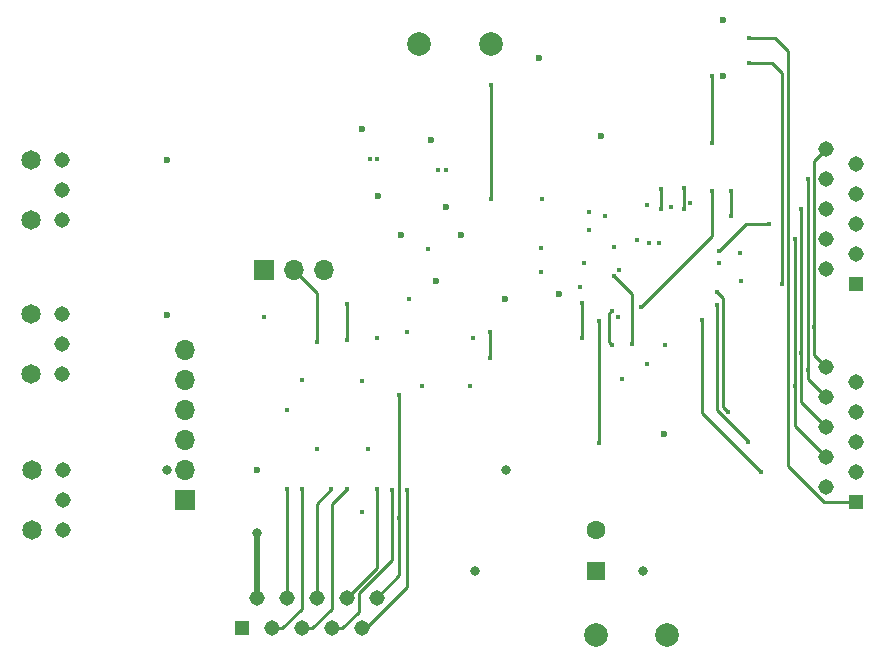
<source format=gbr>
G04 #@! TF.GenerationSoftware,KiCad,Pcbnew,(5.1.10-0-10_14)*
G04 #@! TF.CreationDate,2021-05-14T15:54:12+02:00*
G04 #@! TF.ProjectId,dac,6461632e-6b69-4636-9164-5f7063625858,rev?*
G04 #@! TF.SameCoordinates,Original*
G04 #@! TF.FileFunction,Copper,L2,Inr*
G04 #@! TF.FilePolarity,Positive*
%FSLAX46Y46*%
G04 Gerber Fmt 4.6, Leading zero omitted, Abs format (unit mm)*
G04 Created by KiCad (PCBNEW (5.1.10-0-10_14)) date 2021-05-14 15:54:12*
%MOMM*%
%LPD*%
G01*
G04 APERTURE LIST*
G04 #@! TA.AperFunction,ComponentPad*
%ADD10C,1.308000*%
G04 #@! TD*
G04 #@! TA.AperFunction,ComponentPad*
%ADD11C,1.650000*%
G04 #@! TD*
G04 #@! TA.AperFunction,ComponentPad*
%ADD12C,2.000000*%
G04 #@! TD*
G04 #@! TA.AperFunction,ComponentPad*
%ADD13R,1.308000X1.308000*%
G04 #@! TD*
G04 #@! TA.AperFunction,ComponentPad*
%ADD14O,1.700000X1.700000*%
G04 #@! TD*
G04 #@! TA.AperFunction,ComponentPad*
%ADD15R,1.700000X1.700000*%
G04 #@! TD*
G04 #@! TA.AperFunction,ComponentPad*
%ADD16C,1.600000*%
G04 #@! TD*
G04 #@! TA.AperFunction,ComponentPad*
%ADD17R,1.600000X1.600000*%
G04 #@! TD*
G04 #@! TA.AperFunction,ViaPad*
%ADD18C,0.450000*%
G04 #@! TD*
G04 #@! TA.AperFunction,ViaPad*
%ADD19C,0.600000*%
G04 #@! TD*
G04 #@! TA.AperFunction,ViaPad*
%ADD20C,0.800000*%
G04 #@! TD*
G04 #@! TA.AperFunction,Conductor*
%ADD21C,0.250000*%
G04 #@! TD*
G04 #@! TA.AperFunction,Conductor*
%ADD22C,0.500000*%
G04 #@! TD*
G04 APERTURE END LIST*
D10*
X115088500Y-96393000D03*
X115088500Y-98933000D03*
X115088500Y-101473000D03*
D11*
X112458500Y-101473000D03*
X112458500Y-96393000D03*
D10*
X115025000Y-83185000D03*
X115025000Y-85725000D03*
X115025000Y-88265000D03*
D11*
X112395000Y-88265000D03*
X112395000Y-83185000D03*
D10*
X115025000Y-70104000D03*
X115025000Y-72644000D03*
X115025000Y-75184000D03*
D11*
X112395000Y-75184000D03*
X112395000Y-70104000D03*
D12*
X145288000Y-60261500D03*
X151320500Y-60261500D03*
D13*
X130238500Y-109728000D03*
D10*
X131508500Y-107188000D03*
X132778500Y-109728000D03*
X134048500Y-107188000D03*
X135318500Y-109728000D03*
X136588500Y-107188000D03*
X137858500Y-109728000D03*
X139128500Y-107188000D03*
X140398500Y-109728000D03*
X141668500Y-107188000D03*
D13*
X182245000Y-99060000D03*
D10*
X179705000Y-97790000D03*
X182245000Y-96520000D03*
X179705000Y-95250000D03*
X182245000Y-93980000D03*
X179705000Y-92710000D03*
X182245000Y-91440000D03*
X179705000Y-90170000D03*
X182245000Y-88900000D03*
X179705000Y-87630000D03*
D13*
X182245000Y-80645000D03*
D10*
X179705000Y-79375000D03*
X182245000Y-78105000D03*
X179705000Y-76835000D03*
X182245000Y-75565000D03*
X179705000Y-74295000D03*
X182245000Y-73025000D03*
X179705000Y-71755000D03*
X182245000Y-70485000D03*
X179705000Y-69215000D03*
D14*
X137223500Y-79438500D03*
X134683500Y-79438500D03*
D15*
X132143500Y-79438500D03*
D12*
X166243000Y-110363000D03*
X160210500Y-110363000D03*
D16*
X160210500Y-101402000D03*
D17*
X160210500Y-104902000D03*
D14*
X125476000Y-86156800D03*
X125476000Y-88696800D03*
X125476000Y-91236800D03*
X125476000Y-93776800D03*
X125476000Y-96316800D03*
D15*
X125476000Y-98856800D03*
D18*
X165709600Y-72542400D03*
X165735000Y-74295000D03*
X164566600Y-87401400D03*
D19*
X170992800Y-58216800D03*
X141757400Y-73152000D03*
X147535900Y-74053700D03*
X157124400Y-81432400D03*
X146685000Y-80340200D03*
X131508500Y-96329500D03*
D18*
X166096000Y-85770400D03*
X172491400Y-80391000D03*
X162411400Y-88693000D03*
D19*
X155445800Y-61470200D03*
X160629600Y-68072000D03*
X170977600Y-63007200D03*
D18*
X132160000Y-83422500D03*
D19*
X152579000Y-81840000D03*
D18*
X140415000Y-99932500D03*
D20*
X131508500Y-101663500D03*
D19*
X140447000Y-67515500D03*
X146240500Y-68453000D03*
X143778001Y-76439999D03*
X148858001Y-76439999D03*
D20*
X152590500Y-96329500D03*
D18*
X155600400Y-79603600D03*
X159258000Y-78837000D03*
X155600400Y-77520800D03*
X161772225Y-77485808D03*
X135331200Y-88696800D03*
X134061200Y-91236800D03*
X158902400Y-80873600D03*
X144208500Y-84667000D03*
X151299000Y-84667000D03*
X151257000Y-86868000D03*
X178175999Y-71755000D03*
X178175999Y-87878999D03*
X141668500Y-85217000D03*
X159054800Y-82194400D03*
X149796499Y-85217001D03*
X159067500Y-85217000D03*
X177625999Y-74295000D03*
X177625999Y-86470501D03*
X162204400Y-79400400D03*
D19*
X165989000Y-93281500D03*
D18*
X167690800Y-74218800D03*
X167690800Y-72491600D03*
X163271200Y-85699600D03*
X161747200Y-79959200D03*
X161571002Y-82854800D03*
X161594800Y-85750400D03*
X160528000Y-83718400D03*
X140970000Y-94615000D03*
X160518001Y-94053499D03*
X178725999Y-84227501D03*
X172466000Y-77978000D03*
X170624500Y-77851000D03*
X174879000Y-75565000D03*
X170624500Y-78867000D03*
X171653200Y-72694800D03*
X160985200Y-74853800D03*
X171653200Y-74828400D03*
X169189400Y-83693000D03*
X174180500Y-96520000D03*
X170459400Y-82372200D03*
X173101000Y-93980000D03*
X170510200Y-81322199D03*
X171450000Y-91440000D03*
X170053000Y-62992000D03*
X170053000Y-68707000D03*
X173228000Y-61925200D03*
X175975998Y-80645000D03*
X162119800Y-83362800D03*
X170027600Y-72694800D03*
X164033200Y-82550000D03*
X173228000Y-59740800D03*
X139128500Y-97980500D03*
X137843498Y-97995502D03*
X139128500Y-85344000D03*
X139128500Y-82296000D03*
X135318500Y-97980500D03*
X134048500Y-97980500D03*
X141668500Y-97980500D03*
X144208500Y-98044000D03*
X143573500Y-89979500D03*
X143573500Y-100457000D03*
X142938500Y-98044000D03*
D20*
X149987000Y-104902000D03*
X164211000Y-104902000D03*
D19*
X123952000Y-70104000D03*
X123952000Y-83210400D03*
D20*
X123952000Y-96393000D03*
D18*
X136601200Y-94538800D03*
X149542500Y-89281000D03*
X177075999Y-76835000D03*
X177075999Y-89255499D03*
X136588500Y-85534500D03*
X140411200Y-88849200D03*
X145542000Y-89281000D03*
X141097000Y-70053200D03*
X146875500Y-70954900D03*
X166573200Y-74117200D03*
X147525377Y-70942158D03*
X141746826Y-70068312D03*
X168240800Y-73790771D03*
X159639000Y-76009500D03*
X164759261Y-77153338D03*
X159639000Y-74485500D03*
X163703000Y-76898500D03*
X164592000Y-73888600D03*
X155676600Y-73406000D03*
X151320500Y-73406000D03*
X151320500Y-63754000D03*
X165608000Y-77152500D03*
X145986500Y-77660500D03*
X144398044Y-81914740D03*
D21*
X165735000Y-72567800D02*
X165709600Y-72542400D01*
X165735000Y-74295000D02*
X165735000Y-72567800D01*
D22*
X131508500Y-107188000D02*
X131508500Y-101663500D01*
D21*
X151299000Y-86826000D02*
X151257000Y-86868000D01*
X151299000Y-84667000D02*
X151299000Y-86826000D01*
X178175999Y-88640999D02*
X179705000Y-90170000D01*
X178175999Y-87878999D02*
X178175999Y-88640999D01*
X178175999Y-71755000D02*
X178175999Y-87878999D01*
X159067500Y-82207100D02*
X159054800Y-82194400D01*
X159067500Y-85217000D02*
X159067500Y-82207100D01*
X179705000Y-92710000D02*
X177625999Y-90630999D01*
X177625999Y-86470501D02*
X177625999Y-74295000D01*
X177625999Y-90630999D02*
X177625999Y-86470501D01*
X167690800Y-74218800D02*
X167690800Y-72491600D01*
X163271200Y-81483200D02*
X161747200Y-79959200D01*
X163271200Y-85699600D02*
X163271200Y-81483200D01*
X161346003Y-85501603D02*
X161594800Y-85750400D01*
X161346003Y-83079799D02*
X161346003Y-85501603D01*
X161571002Y-82854800D02*
X161346003Y-83079799D01*
X160528000Y-94043500D02*
X160518001Y-94053499D01*
X160528000Y-83718400D02*
X160528000Y-94043500D01*
X178725999Y-70194001D02*
X179705000Y-69215000D01*
X179705000Y-87630000D02*
X178725999Y-86650999D01*
X178725999Y-84227501D02*
X178725999Y-70194001D01*
X178725999Y-86650999D02*
X178725999Y-84227501D01*
X172910500Y-75565000D02*
X174879000Y-75565000D01*
X170624500Y-77851000D02*
X172910500Y-75565000D01*
X171653200Y-74828400D02*
X171653200Y-72694800D01*
X169189400Y-91528900D02*
X174180500Y-96520000D01*
X169189400Y-83693000D02*
X169189400Y-91528900D01*
X173101000Y-93905002D02*
X173101000Y-93980000D01*
X170459400Y-91263402D02*
X173101000Y-93905002D01*
X170459400Y-82372200D02*
X170459400Y-91263402D01*
X171009401Y-90999401D02*
X171450000Y-91440000D01*
X171009401Y-81821400D02*
X171009401Y-90999401D01*
X170510200Y-81322199D02*
X171009401Y-81821400D01*
X170053000Y-62992000D02*
X170053000Y-68707000D01*
X175975998Y-80500502D02*
X175958500Y-80483004D01*
X175975998Y-80645000D02*
X175975998Y-80500502D01*
X175958500Y-80483004D02*
X175958500Y-62738000D01*
X175145700Y-61925200D02*
X173228000Y-61925200D01*
X175958500Y-62738000D02*
X175145700Y-61925200D01*
X170027600Y-76555600D02*
X164033200Y-82550000D01*
X170027600Y-72694800D02*
X170027600Y-76555600D01*
X176525998Y-96059920D02*
X176525998Y-60900502D01*
X179526078Y-99060000D02*
X176525998Y-96059920D01*
X182245000Y-99060000D02*
X179526078Y-99060000D01*
X175366296Y-59740800D02*
X173228000Y-59740800D01*
X176525998Y-60900502D02*
X175366296Y-59740800D01*
X136243395Y-109728000D02*
X137858500Y-108112895D01*
X135318500Y-109728000D02*
X136243395Y-109728000D01*
X137858500Y-99250500D02*
X139128500Y-97980500D01*
X137858500Y-108112895D02*
X137858500Y-99250500D01*
X136588500Y-99250500D02*
X136588500Y-107188000D01*
X137843498Y-97995502D02*
X136588500Y-99250500D01*
X139128500Y-85344000D02*
X139128500Y-82296000D01*
X135318500Y-108112895D02*
X135318500Y-97980500D01*
X133703395Y-109728000D02*
X135318500Y-108112895D01*
X132778500Y-109728000D02*
X133703395Y-109728000D01*
X134048500Y-97980500D02*
X134048500Y-107188000D01*
X141668500Y-104648000D02*
X141668500Y-97980500D01*
X139128500Y-107188000D02*
X141668500Y-104648000D01*
X144208500Y-106256998D02*
X144208500Y-98044000D01*
X140737498Y-109728000D02*
X144208500Y-106256998D01*
X140398500Y-109728000D02*
X140737498Y-109728000D01*
X143573500Y-89979500D02*
X143573500Y-100457000D01*
X141668500Y-107188000D02*
X143573500Y-105283000D01*
X143573500Y-104394000D02*
X143573500Y-100457000D01*
X143573500Y-105283000D02*
X143573500Y-104394000D01*
X140144500Y-106808410D02*
X142938500Y-104014410D01*
X140144500Y-108366895D02*
X140144500Y-106808410D01*
X142938500Y-104014410D02*
X142938500Y-98044000D01*
X138783395Y-109728000D02*
X140144500Y-108366895D01*
X137858500Y-109728000D02*
X138783395Y-109728000D01*
X177075999Y-77153198D02*
X177075999Y-76835000D01*
X179705000Y-95250000D02*
X177075998Y-92620998D01*
X177075999Y-89255499D02*
X177075999Y-77153198D01*
X177075998Y-92620998D02*
X177075999Y-89255499D01*
X136588500Y-81343500D02*
X134683500Y-79438500D01*
X136588500Y-85534500D02*
X136588500Y-81343500D01*
X151320500Y-73406000D02*
X151320500Y-63754000D01*
M02*

</source>
